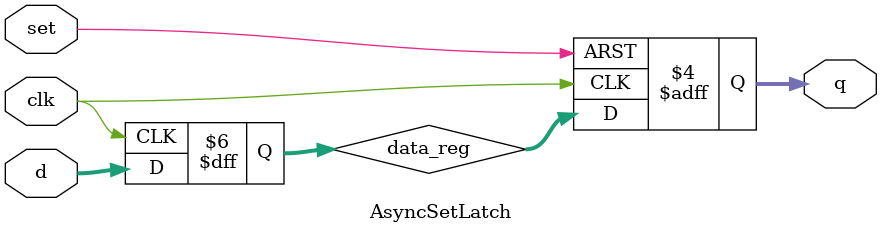
<source format=sv>
module AsyncSetLatch #(parameter W=8) (
    input wire clk,
    input wire set,
    input wire [W-1:0] d,
    output reg [W-1:0] q
);

    // Data path pipeline registers
    reg [W-1:0] data_reg;
    reg [W-1:0] set_reg;

    // First pipeline stage - data capture
    always @(posedge clk) begin
        data_reg <= d;
    end

    // Second pipeline stage - set control
    always @(posedge clk) begin
        set_reg <= {W{set}};
    end

    // Final stage - output generation
    always @(posedge clk or posedge set) begin
        if (set) begin
            q <= {W{1'b1}};
        end else begin
            q <= data_reg;
        end
    end

endmodule
</source>
